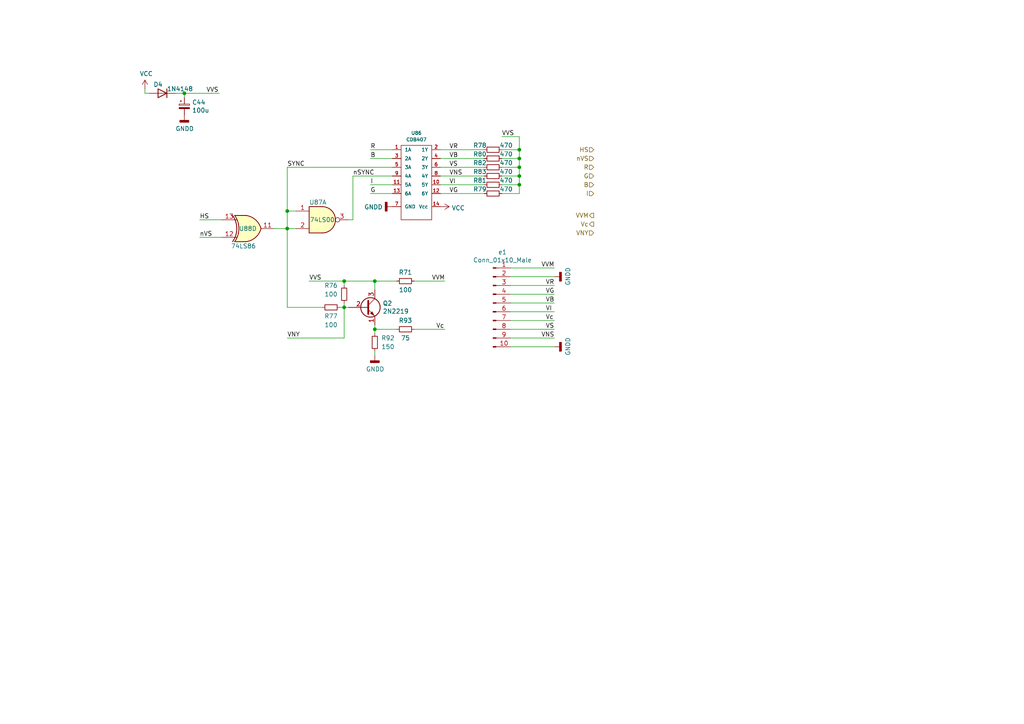
<source format=kicad_sch>
(kicad_sch (version 20230121) (generator eeschema)
  (paper "A4")
  (lib_symbols
    (symbol "74xx:74LS00" (pin_names (offset 1.016))
      (property "Reference" "U" (at 0 1.27 0))
      (property "Value" "74LS00" (at 0 -1.27 0))
      (symbol "74LS00_1_1"
        (arc (start 0 -3.81) (mid 3.7934 0) (end 0 3.81) (stroke (width 0.254)) (fill (type background)))
        (polyline (pts (xy 0 3.81) (xy -3.81 3.81) (xy -3.81 -3.81) (xy 0 -3.81)) (stroke (width 0.254)) (fill (type background)))
        (pin input line (at -7.62 2.54 0) (length 3.81) (name "~") (number "1"))
        (pin input line (at -7.62 -2.54 0) (length 3.81) (name "~") (number "2"))
        (pin output inverted (at 7.62 0 180) (length 3.81) (name "~") (number "3"))
      )
      (symbol "74LS00_1_2"
        (arc (start -3.81 -3.81) (mid -2.589 0) (end -3.81 3.81) (stroke (width 0.254)))
        (arc (start -0.6096 -3.81) (mid 2.1842 -2.5851) (end 3.81 0) (stroke (width 0.254)) (fill (type background)))
        (polyline (pts (xy -3.81 -3.81) (xy -0.635 -3.81)) (stroke (width 0.254)) (fill (type background)))
        (polyline (pts (xy -3.81 3.81) (xy -0.635 3.81)) (stroke (width 0.254)) (fill (type background)))
        (polyline (pts (xy -0.635 3.81) (xy -3.81 3.81) (xy -3.81 3.81) (xy -3.556 3.4036) (xy -3.0226 2.2606) (xy -2.6924 1.0414) (xy -2.6162 -0.254) (xy -2.7686 -1.4986) (xy -3.175 -2.7178) (xy -3.81 -3.81) (xy -3.81 -3.81) (xy -0.635 -3.81)) (stroke (width -25.4)) (fill (type background)))
        (arc (start 3.81 0) (mid 2.1915 2.5936) (end -0.6096 3.81) (stroke (width 0.254)) (fill (type background)))
        (pin input inverted (at -7.62 2.54 0) (length 4.318) (name "~") (number "1"))
        (pin input inverted (at -7.62 -2.54 0) (length 4.318) (name "~") (number "2"))
        (pin output line (at 7.62 0 180) (length 3.81) (name "~") (number "3"))
      )
      (symbol "74LS00_2_1"
        (arc (start 0 -3.81) (mid 3.7934 0) (end 0 3.81) (stroke (width 0.254)) (fill (type background)))
        (polyline (pts (xy 0 3.81) (xy -3.81 3.81) (xy -3.81 -3.81) (xy 0 -3.81)) (stroke (width 0.254)) (fill (type background)))
        (pin input line (at -7.62 2.54 0) (length 3.81) (name "~") (number "4"))
        (pin input line (at -7.62 -2.54 0) (length 3.81) (name "~") (number "5"))
        (pin output inverted (at 7.62 0 180) (length 3.81) (name "~") (number "6"))
      )
      (symbol "74LS00_2_2"
        (arc (start -3.81 -3.81) (mid -2.589 0) (end -3.81 3.81) (stroke (width 0.254)))
        (arc (start -0.6096 -3.81) (mid 2.1842 -2.5851) (end 3.81 0) (stroke (width 0.254)) (fill (type background)))
        (polyline (pts (xy -3.81 -3.81) (xy -0.635 -3.81)) (stroke (width 0.254)) (fill (type background)))
        (polyline (pts (xy -3.81 3.81) (xy -0.635 3.81)) (stroke (width 0.254)) (fill (type background)))
        (polyline (pts (xy -0.635 3.81) (xy -3.81 3.81) (xy -3.81 3.81) (xy -3.556 3.4036) (xy -3.0226 2.2606) (xy -2.6924 1.0414) (xy -2.6162 -0.254) (xy -2.7686 -1.4986) (xy -3.175 -2.7178) (xy -3.81 -3.81) (xy -3.81 -3.81) (xy -0.635 -3.81)) (stroke (width -25.4)) (fill (type background)))
        (arc (start 3.81 0) (mid 2.1915 2.5936) (end -0.6096 3.81) (stroke (width 0.254)) (fill (type background)))
        (pin input inverted (at -7.62 2.54 0) (length 4.318) (name "~") (number "4"))
        (pin input inverted (at -7.62 -2.54 0) (length 4.318) (name "~") (number "5"))
        (pin output line (at 7.62 0 180) (length 3.81) (name "~") (number "6"))
      )
      (symbol "74LS00_3_1"
        (arc (start 0 -3.81) (mid 3.7934 0) (end 0 3.81) (stroke (width 0.254)) (fill (type background)))
        (polyline (pts (xy 0 3.81) (xy -3.81 3.81) (xy -3.81 -3.81) (xy 0 -3.81)) (stroke (width 0.254)) (fill (type background)))
        (pin input line (at -7.62 -2.54 0) (length 3.81) (name "~") (number "10"))
        (pin output inverted (at 7.62 0 180) (length 3.81) (name "~") (number "8"))
        (pin input line (at -7.62 2.54 0) (length 3.81) (name "~") (number "9"))
      )
      (symbol "74LS00_3_2"
        (arc (start -3.81 -3.81) (mid -2.589 0) (end -3.81 3.81) (stroke (width 0.254)))
        (arc (start -0.6096 -3.81) (mid 2.1842 -2.5851) (end 3.81 0) (stroke (width 0.254)) (fill (type background)))
        (polyline (pts (xy -3.81 -3.81) (xy -0.635 -3.81)) (stroke (width 0.254)) (fill (type background)))
        (polyline (pts (xy -3.81 3.81) (xy -0.635 3.81)) (stroke (width 0.254)) (fill (type background)))
        (polyline (pts (xy -0.635 3.81) (xy -3.81 3.81) (xy -3.81 3.81) (xy -3.556 3.4036) (xy -3.0226 2.2606) (xy -2.6924 1.0414) (xy -2.6162 -0.254) (xy -2.7686 -1.4986) (xy -3.175 -2.7178) (xy -3.81 -3.81) (xy -3.81 -3.81) (xy -0.635 -3.81)) (stroke (width -25.4)) (fill (type background)))
        (arc (start 3.81 0) (mid 2.1915 2.5936) (end -0.6096 3.81) (stroke (width 0.254)) (fill (type background)))
        (pin input inverted (at -7.62 -2.54 0) (length 4.318) (name "~") (number "10"))
        (pin output line (at 7.62 0 180) (length 3.81) (name "~") (number "8"))
        (pin input inverted (at -7.62 2.54 0) (length 4.318) (name "~") (number "9"))
      )
      (symbol "74LS00_4_1"
        (arc (start 0 -3.81) (mid 3.7934 0) (end 0 3.81) (stroke (width 0.254)) (fill (type background)))
        (polyline (pts (xy 0 3.81) (xy -3.81 3.81) (xy -3.81 -3.81) (xy 0 -3.81)) (stroke (width 0.254)) (fill (type background)))
        (pin output inverted (at 7.62 0 180) (length 3.81) (name "~") (number "11"))
        (pin input line (at -7.62 2.54 0) (length 3.81) (name "~") (number "12"))
        (pin input line (at -7.62 -2.54 0) (length 3.81) (name "~") (number "13"))
      )
      (symbol "74LS00_4_2"
        (arc (start -3.81 -3.81) (mid -2.589 0) (end -3.81 3.81) (stroke (width 0.254)))
        (arc (start -0.6096 -3.81) (mid 2.1842 -2.5851) (end 3.81 0) (stroke (width 0.254)) (fill (type background)))
        (polyline (pts (xy -3.81 -3.81) (xy -0.635 -3.81)) (stroke (width 0.254)) (fill (type background)))
        (polyline (pts (xy -3.81 3.81) (xy -0.635 3.81)) (stroke (width 0.254)) (fill (type background)))
        (polyline (pts (xy -0.635 3.81) (xy -3.81 3.81) (xy -3.81 3.81) (xy -3.556 3.4036) (xy -3.0226 2.2606) (xy -2.6924 1.0414) (xy -2.6162 -0.254) (xy -2.7686 -1.4986) (xy -3.175 -2.7178) (xy -3.81 -3.81) (xy -3.81 -3.81) (xy -0.635 -3.81)) (stroke (width -25.4)) (fill (type background)))
        (arc (start 3.81 0) (mid 2.1915 2.5936) (end -0.6096 3.81) (stroke (width 0.254)) (fill (type background)))
        (pin output line (at 7.62 0 180) (length 3.81) (name "~") (number "11"))
        (pin input inverted (at -7.62 2.54 0) (length 4.318) (name "~") (number "12"))
        (pin input inverted (at -7.62 -2.54 0) (length 4.318) (name "~") (number "13"))
      )
      (symbol "74LS00_5_0"
        (pin power_in line (at 0 12.7 270) (length 5.08) (name "VCC") (number "14"))
        (pin power_in line (at 0 -12.7 90) (length 5.08) (name "GND") (number "7"))
      )
      (symbol "74LS00_5_1"
        (rectangle (start -5.08 7.62) (end 5.08 -7.62) (stroke (width 0.254)) (fill (type background)))
      )
    )
    (symbol "74xx:74LS86" (pin_names (offset 1.016))
      (property "Reference" "U" (at 0 1.27 0))
      (property "Value" "74LS86" (at 0 -1.27 0))
      (symbol "74LS86_1_0"
        (arc (start -4.4196 -3.81) (mid -3.2033 0) (end -4.4196 3.81) (stroke (width 0.254)))
        (arc (start -3.81 -3.81) (mid -2.589 0) (end -3.81 3.81) (stroke (width 0.254)))
        (arc (start -0.6096 -3.81) (mid 2.1842 -2.5851) (end 3.81 0) (stroke (width 0.254)) (fill (type background)))
        (polyline (pts (xy -3.81 -3.81) (xy -0.635 -3.81)) (stroke (width 0.254)) (fill (type background)))
        (polyline (pts (xy -3.81 3.81) (xy -0.635 3.81)) (stroke (width 0.254)) (fill (type background)))
        (polyline (pts (xy -0.635 3.81) (xy -3.81 3.81) (xy -3.81 3.81) (xy -3.556 3.4036) (xy -3.0226 2.2606) (xy -2.6924 1.0414) (xy -2.6162 -0.254) (xy -2.7686 -1.4986) (xy -3.175 -2.7178) (xy -3.81 -3.81) (xy -3.81 -3.81) (xy -0.635 -3.81)) (stroke (width -25.4)) (fill (type background)))
        (arc (start 3.81 0) (mid 2.1915 2.5936) (end -0.6096 3.81) (stroke (width 0.254)) (fill (type background)))
        (pin input line (at -7.62 2.54 0) (length 4.445) (name "~") (number "1"))
        (pin input line (at -7.62 -2.54 0) (length 4.445) (name "~") (number "2"))
        (pin output line (at 7.62 0 180) (length 3.81) (name "~") (number "3"))
      )
      (symbol "74LS86_1_1"
        (polyline (pts (xy -3.81 -2.54) (xy -3.175 -2.54)) (stroke (width 0.1524)))
        (polyline (pts (xy -3.81 2.54) (xy -3.175 2.54)) (stroke (width 0.1524)))
      )
      (symbol "74LS86_2_0"
        (arc (start -4.4196 -3.81) (mid -3.2033 0) (end -4.4196 3.81) (stroke (width 0.254)))
        (arc (start -3.81 -3.81) (mid -2.589 0) (end -3.81 3.81) (stroke (width 0.254)))
        (arc (start -0.6096 -3.81) (mid 2.1842 -2.5851) (end 3.81 0) (stroke (width 0.254)) (fill (type background)))
        (polyline (pts (xy -3.81 -3.81) (xy -0.635 -3.81)) (stroke (width 0.254)) (fill (type background)))
        (polyline (pts (xy -3.81 3.81) (xy -0.635 3.81)) (stroke (width 0.254)) (fill (type background)))
        (polyline (pts (xy -0.635 3.81) (xy -3.81 3.81) (xy -3.81 3.81) (xy -3.556 3.4036) (xy -3.0226 2.2606) (xy -2.6924 1.0414) (xy -2.6162 -0.254) (xy -2.7686 -1.4986) (xy -3.175 -2.7178) (xy -3.81 -3.81) (xy -3.81 -3.81) (xy -0.635 -3.81)) (stroke (width -25.4)) (fill (type background)))
        (arc (start 3.81 0) (mid 2.1915 2.5936) (end -0.6096 3.81) (stroke (width 0.254)) (fill (type background)))
        (pin input line (at -7.62 2.54 0) (length 4.445) (name "~") (number "4"))
        (pin input line (at -7.62 -2.54 0) (length 4.445) (name "~") (number "5"))
        (pin output line (at 7.62 0 180) (length 3.81) (name "~") (number "6"))
      )
      (symbol "74LS86_2_1"
        (polyline (pts (xy -3.81 -2.54) (xy -3.175 -2.54)) (stroke (width 0.1524)))
        (polyline (pts (xy -3.81 2.54) (xy -3.175 2.54)) (stroke (width 0.1524)))
      )
      (symbol "74LS86_3_0"
        (arc (start -4.4196 -3.81) (mid -3.2033 0) (end -4.4196 3.81) (stroke (width 0.254)))
        (arc (start -3.81 -3.81) (mid -2.589 0) (end -3.81 3.81) (stroke (width 0.254)))
        (arc (start -0.6096 -3.81) (mid 2.1842 -2.5851) (end 3.81 0) (stroke (width 0.254)) (fill (type background)))
        (polyline (pts (xy -3.81 -3.81) (xy -0.635 -3.81)) (stroke (width 0.254)) (fill (type background)))
        (polyline (pts (xy -3.81 3.81) (xy -0.635 3.81)) (stroke (width 0.254)) (fill (type background)))
        (polyline (pts (xy -0.635 3.81) (xy -3.81 3.81) (xy -3.81 3.81) (xy -3.556 3.4036) (xy -3.0226 2.2606) (xy -2.6924 1.0414) (xy -2.6162 -0.254) (xy -2.7686 -1.4986) (xy -3.175 -2.7178) (xy -3.81 -3.81) (xy -3.81 -3.81) (xy -0.635 -3.81)) (stroke (width -25.4)) (fill (type background)))
        (arc (start 3.81 0) (mid 2.1915 2.5936) (end -0.6096 3.81) (stroke (width 0.254)) (fill (type background)))
        (pin input line (at -7.62 -2.54 0) (length 4.445) (name "~") (number "10"))
        (pin output line (at 7.62 0 180) (length 3.81) (name "~") (number "8"))
        (pin input line (at -7.62 2.54 0) (length 4.445) (name "~") (number "9"))
      )
      (symbol "74LS86_3_1"
        (polyline (pts (xy -3.81 -2.54) (xy -3.175 -2.54)) (stroke (width 0.1524)))
        (polyline (pts (xy -3.81 2.54) (xy -3.175 2.54)) (stroke (width 0.1524)))
      )
      (symbol "74LS86_4_0"
        (arc (start -4.4196 -3.81) (mid -3.2033 0) (end -4.4196 3.81) (stroke (width 0.254)))
        (arc (start -3.81 -3.81) (mid -2.589 0) (end -3.81 3.81) (stroke (width 0.254)))
        (arc (start -0.6096 -3.81) (mid 2.1842 -2.5851) (end 3.81 0) (stroke (width 0.254)) (fill (type background)))
        (polyline (pts (xy -3.81 -3.81) (xy -0.635 -3.81)) (stroke (width 0.254)) (fill (type background)))
        (polyline (pts (xy -3.81 3.81) (xy -0.635 3.81)) (stroke (width 0.254)) (fill (type background)))
        (polyline (pts (xy -0.635 3.81) (xy -3.81 3.81) (xy -3.81 3.81) (xy -3.556 3.4036) (xy -3.0226 2.2606) (xy -2.6924 1.0414) (xy -2.6162 -0.254) (xy -2.7686 -1.4986) (xy -3.175 -2.7178) (xy -3.81 -3.81) (xy -3.81 -3.81) (xy -0.635 -3.81)) (stroke (width -25.4)) (fill (type background)))
        (arc (start 3.81 0) (mid 2.1915 2.5936) (end -0.6096 3.81) (stroke (width 0.254)) (fill (type background)))
        (pin output line (at 7.62 0 180) (length 3.81) (name "~") (number "11"))
        (pin input line (at -7.62 2.54 0) (length 4.445) (name "~") (number "12"))
        (pin input line (at -7.62 -2.54 0) (length 4.445) (name "~") (number "13"))
      )
      (symbol "74LS86_4_1"
        (polyline (pts (xy -3.81 -2.54) (xy -3.175 -2.54)) (stroke (width 0.1524)))
        (polyline (pts (xy -3.81 2.54) (xy -3.175 2.54)) (stroke (width 0.1524)))
      )
      (symbol "74LS86_5_0"
        (pin power_in line (at 0 12.7 270) (length 5.08) (name "VCC") (number "14"))
        (pin power_in line (at 0 -12.7 90) (length 5.08) (name "GND") (number "7"))
      )
      (symbol "74LS86_5_1"
        (rectangle (start -5.08 7.62) (end 5.08 -7.62) (stroke (width 0.254)) (fill (type background)))
      )
    )
    (symbol "Connector:Conn_01x10_Male" (pin_names (offset 1.016) hide)
      (property "Reference" "J" (at 0 12.7 0))
      (property "Value" "Conn_01x10_Male" (at 0 -15.24 0))
      (symbol "Conn_01x10_Male_1_1"
        (polyline (pts (xy 1.27 -12.7) (xy 0.8636 -12.7)) (stroke (width 0.1524)))
        (polyline (pts (xy 1.27 -10.16) (xy 0.8636 -10.16)) (stroke (width 0.1524)))
        (polyline (pts (xy 1.27 -7.62) (xy 0.8636 -7.62)) (stroke (width 0.1524)))
        (polyline (pts (xy 1.27 -5.08) (xy 0.8636 -5.08)) (stroke (width 0.1524)))
        (polyline (pts (xy 1.27 -2.54) (xy 0.8636 -2.54)) (stroke (width 0.1524)))
        (polyline (pts (xy 1.27 0) (xy 0.8636 0)) (stroke (width 0.1524)))
        (polyline (pts (xy 1.27 2.54) (xy 0.8636 2.54)) (stroke (width 0.1524)))
        (polyline (pts (xy 1.27 5.08) (xy 0.8636 5.08)) (stroke (width 0.1524)))
        (polyline (pts (xy 1.27 7.62) (xy 0.8636 7.62)) (stroke (width 0.1524)))
        (polyline (pts (xy 1.27 10.16) (xy 0.8636 10.16)) (stroke (width 0.1524)))
        (rectangle (start 0.8636 -12.573) (end 0 -12.827) (stroke (width 0.1524)) (fill (type outline)))
        (rectangle (start 0.8636 -10.033) (end 0 -10.287) (stroke (width 0.1524)) (fill (type outline)))
        (rectangle (start 0.8636 -7.493) (end 0 -7.747) (stroke (width 0.1524)) (fill (type outline)))
        (rectangle (start 0.8636 -4.953) (end 0 -5.207) (stroke (width 0.1524)) (fill (type outline)))
        (rectangle (start 0.8636 -2.413) (end 0 -2.667) (stroke (width 0.1524)) (fill (type outline)))
        (rectangle (start 0.8636 0.127) (end 0 -0.127) (stroke (width 0.1524)) (fill (type outline)))
        (rectangle (start 0.8636 2.667) (end 0 2.413) (stroke (width 0.1524)) (fill (type outline)))
        (rectangle (start 0.8636 5.207) (end 0 4.953) (stroke (width 0.1524)) (fill (type outline)))
        (rectangle (start 0.8636 7.747) (end 0 7.493) (stroke (width 0.1524)) (fill (type outline)))
        (rectangle (start 0.8636 10.287) (end 0 10.033) (stroke (width 0.1524)) (fill (type outline)))
        (pin passive line (at 5.08 10.16 180) (length 3.81) (name "Pin_1") (number "1"))
        (pin passive line (at 5.08 -12.7 180) (length 3.81) (name "Pin_10") (number "10"))
        (pin passive line (at 5.08 7.62 180) (length 3.81) (name "Pin_2") (number "2"))
        (pin passive line (at 5.08 5.08 180) (length 3.81) (name "Pin_3") (number "3"))
        (pin passive line (at 5.08 2.54 180) (length 3.81) (name "Pin_4") (number "4"))
        (pin passive line (at 5.08 0 180) (length 3.81) (name "Pin_5") (number "5"))
        (pin passive line (at 5.08 -2.54 180) (length 3.81) (name "Pin_6") (number "6"))
        (pin passive line (at 5.08 -5.08 180) (length 3.81) (name "Pin_7") (number "7"))
        (pin passive line (at 5.08 -7.62 180) (length 3.81) (name "Pin_8") (number "8"))
        (pin passive line (at 5.08 -10.16 180) (length 3.81) (name "Pin_9") (number "9"))
      )
    )
    (symbol "Device:R_Small" (pin_numbers hide) (pin_names (offset 0.254) hide)
      (property "Reference" "R" (at 0.762 0.508 0))
      (property "Value" "R_Small" (at 0.762 -1.016 0))
      (symbol "R_Small_0_1"
        (rectangle (start -0.762 1.778) (end 0.762 -1.778) (stroke (width 0.2032)))
      )
      (symbol "R_Small_1_1"
        (pin passive line (at 0 2.54 270) (length 0.762) (name "~") (number "1"))
        (pin passive line (at 0 -2.54 90) (length 0.762) (name "~") (number "2"))
      )
    )
    (symbol "Diode:1N4148" (pin_numbers hide) (pin_names (offset 1.016) hide)
      (property "Reference" "D" (at 0 2.54 0))
      (property "Value" "1N4148" (at 0 -2.54 0))
      (symbol "1N4148_0_1"
        (polyline (pts (xy -1.27 1.27) (xy -1.27 -1.27)) (stroke (width 0.254)))
        (polyline (pts (xy 1.27 0) (xy -1.27 0)))
        (polyline (pts (xy 1.27 1.27) (xy 1.27 -1.27) (xy -1.27 0) (xy 1.27 1.27)) (stroke (width 0.254)))
      )
      (symbol "1N4148_1_1"
        (pin passive line (at -3.81 0 0) (length 2.54) (name "K") (number "1"))
        (pin passive line (at 3.81 0 180) (length 2.54) (name "A") (number "2"))
      )
    )
    (symbol "Transistor_BJT:2N2219" (pin_names (offset 0) hide)
      (property "Reference" "Q" (at 5.08 1.905 0))
      (property "Value" "2N2219" (at 5.08 0 0))
      (symbol "2N2219_0_1"
        (polyline (pts (xy 0.635 0.635) (xy 2.54 2.54)))
        (polyline (pts (xy 0.635 -0.635) (xy 2.54 -2.54) (xy 2.54 -2.54)))
        (polyline (pts (xy 0.635 1.905) (xy 0.635 -1.905) (xy 0.635 -1.905)) (stroke (width 0.508)))
        (polyline (pts (xy 1.27 -1.778) (xy 1.778 -1.27) (xy 2.286 -2.286) (xy 1.27 -1.778) (xy 1.27 -1.778)) (fill (type outline)))
        (circle (center 1.27 0) (radius 2.8194) (stroke (width 0.254)))
      )
      (symbol "2N2219_1_1"
        (pin passive line (at 2.54 -5.08 90) (length 2.54) (name "E") (number "1"))
        (pin passive line (at -5.08 0 0) (length 5.715) (name "B") (number "2"))
        (pin passive line (at 2.54 5.08 270) (length 2.54) (name "C") (number "3"))
      )
    )
    (symbol "main-rescue:CDB407-cobra" (pin_names (offset 1.016))
      (property "Reference" "U" (at -3.81 1.27 0))
      (property "Value" "CDB407-cobra" (at -1.27 -20.32 0))
      (symbol "CDB407-cobra_0_1"
        (rectangle (start -5.08 0) (end 3.81 -21.59))
      )
      (symbol "CDB407-cobra_1_1"
        (pin input line (at -7.62 -1.27 0) (length 2.54) (name "1A") (number "1"))
        (pin open_collector line (at 6.35 -11.43 180) (length 2.54) (name "5Y") (number "10"))
        (pin input line (at -7.62 -11.43 0) (length 2.54) (name "5A") (number "11"))
        (pin open_collector line (at 6.35 -13.97 180) (length 2.54) (name "6Y") (number "12"))
        (pin input line (at -7.62 -13.97 0) (length 2.54) (name "6A") (number "13"))
        (pin power_in line (at 6.35 -17.78 180) (length 2.54) (name "Vcc") (number "14"))
        (pin open_collector line (at 6.35 -1.27 180) (length 2.54) (name "1Y") (number "2"))
        (pin input line (at -7.62 -3.81 0) (length 2.54) (name "2A") (number "3"))
        (pin open_collector line (at 6.35 -3.81 180) (length 2.54) (name "2Y") (number "4"))
        (pin input line (at -7.62 -6.35 0) (length 2.54) (name "3A") (number "5"))
        (pin open_collector line (at 6.35 -6.35 180) (length 2.54) (name "3Y") (number "6"))
        (pin power_in line (at -7.62 -17.78 0) (length 2.54) (name "GND") (number "7"))
        (pin open_collector line (at 6.35 -8.89 180) (length 2.54) (name "4Y") (number "8"))
        (pin input line (at -7.62 -8.89 0) (length 2.54) (name "4A") (number "9"))
      )
    )
    (symbol "main-rescue:CP_Small-Device" (pin_numbers hide) (pin_names (offset 0.254) hide)
      (property "Reference" "C" (at 0.254 1.778 0))
      (property "Value" "CP_Small-Device" (at 0.254 -2.032 0))
      (symbol "CP_Small-Device_0_1"
        (rectangle (start -1.524 -0.3048) (end 1.524 -0.6858) (fill (type outline)))
        (rectangle (start -1.524 0.6858) (end 1.524 0.3048))
        (polyline (pts (xy -1.27 1.524) (xy -0.762 1.524)))
        (polyline (pts (xy -1.016 1.27) (xy -1.016 1.778)))
      )
      (symbol "CP_Small-Device_1_1"
        (pin passive line (at 0 2.54 270) (length 1.8542) (name "~") (number "1"))
        (pin passive line (at 0 -2.54 90) (length 1.8542) (name "~") (number "2"))
      )
    )
    (symbol "power:GNDD" (power) (pin_names (offset 0))
      (property "Value" "GNDD" (at 0 -3.175 0))
      (symbol "GNDD_0_1"
        (rectangle (start -1.27 -1.524) (end 1.27 -2.032) (stroke (width 0.254)) (fill (type outline)))
        (polyline (pts (xy 0 0) (xy 0 -1.524)))
      )
      (symbol "GNDD_1_1"
        (pin power_in line (at 0 0 270) (length 0) hide (name "GNDD") (number "1"))
      )
    )
    (symbol "power:VCC" (power) (pin_names (offset 0))
      (property "Value" "VCC" (at 0 3.81 0))
      (symbol "VCC_0_1"
        (polyline (pts (xy -0.762 1.27) (xy 0 2.54)))
        (polyline (pts (xy 0 0) (xy 0 2.54)))
        (polyline (pts (xy 0 2.54) (xy 0.762 1.27)))
      )
      (symbol "VCC_1_1"
        (pin power_in line (at 0 0 90) (length 0) hide (name "VCC") (number "1"))
      )
    )
  )
  (junction (at 150.622 43.434))
  (junction (at 83.312 61.214))
  (junction (at 99.822 89.154))
  (junction (at 83.312 66.294))
  (junction (at 108.712 81.534))
  (junction (at 108.712 95.504))
  (junction (at 53.467 27.051))
  (junction (at 99.822 81.534))
  (junction (at 150.622 53.594))
  (junction (at 150.622 51.054))
  (junction (at 150.622 45.974))
  (junction (at 150.622 48.514))
  (wire (pts (xy 145.542 45.974) (xy 150.622 45.974)))
  (wire (pts (xy 127.762 53.594) (xy 140.462 53.594)))
  (wire (pts (xy 145.542 43.434) (xy 150.622 43.434)))
  (wire (pts (xy 99.822 98.044) (xy 83.312 98.044)))
  (wire (pts (xy 148.082 90.424) (xy 160.782 90.424)))
  (wire (pts (xy 108.712 95.504) (xy 108.712 96.774)))
  (wire (pts (xy 83.312 66.294) (xy 85.852 66.294)))
  (wire (pts (xy 83.312 61.214) (xy 83.312 66.294)))
  (wire (pts (xy 148.082 85.344) (xy 160.782 85.344)))
  (wire (pts (xy 148.082 87.884) (xy 160.782 87.884)))
  (wire (pts (xy 150.622 51.054) (xy 150.622 53.594)))
  (wire (pts (xy 150.622 48.514) (xy 150.622 51.054)))
  (wire (pts (xy 148.082 80.264) (xy 160.782 80.264)))
  (wire (pts (xy 150.622 39.624) (xy 145.542 39.624)))
  (wire (pts (xy 83.312 48.514) (xy 113.792 48.514)))
  (wire (pts (xy 148.082 92.964) (xy 160.782 92.964)))
  (wire (pts (xy 127.762 51.054) (xy 140.462 51.054)))
  (wire (pts (xy 64.262 68.834) (xy 57.912 68.834)))
  (wire (pts (xy 50.927 27.051) (xy 53.467 27.051)))
  (wire (pts (xy 127.762 43.434) (xy 140.462 43.434)))
  (wire (pts (xy 85.852 61.214) (xy 83.312 61.214)))
  (wire (pts (xy 101.092 63.754) (xy 102.362 63.754)))
  (wire (pts (xy 107.442 43.434) (xy 113.792 43.434)))
  (wire (pts (xy 42.037 27.051) (xy 42.037 25.781)))
  (wire (pts (xy 145.542 51.054) (xy 150.622 51.054)))
  (wire (pts (xy 108.712 95.504) (xy 115.062 95.504)))
  (wire (pts (xy 64.262 63.754) (xy 57.912 63.754)))
  (wire (pts (xy 150.622 39.624) (xy 150.622 43.434)))
  (wire (pts (xy 113.792 45.974) (xy 107.442 45.974)))
  (wire (pts (xy 113.792 56.134) (xy 107.442 56.134)))
  (wire (pts (xy 127.762 56.134) (xy 140.462 56.134)))
  (wire (pts (xy 108.712 84.074) (xy 108.712 81.534)))
  (wire (pts (xy 102.362 63.754) (xy 102.362 51.054)))
  (wire (pts (xy 150.622 53.594) (xy 150.622 56.134)))
  (wire (pts (xy 145.542 56.134) (xy 150.622 56.134)))
  (wire (pts (xy 127.762 45.974) (xy 140.462 45.974)))
  (wire (pts (xy 99.822 89.154) (xy 98.552 89.154)))
  (wire (pts (xy 150.622 45.974) (xy 150.622 48.514)))
  (wire (pts (xy 43.307 27.051) (xy 42.037 27.051)))
  (wire (pts (xy 148.082 82.804) (xy 160.782 82.804)))
  (wire (pts (xy 113.792 53.594) (xy 107.442 53.594)))
  (wire (pts (xy 148.082 100.584) (xy 160.782 100.584)))
  (wire (pts (xy 148.082 77.724) (xy 160.782 77.724)))
  (wire (pts (xy 120.142 81.534) (xy 129.032 81.534)))
  (wire (pts (xy 83.312 89.154) (xy 93.472 89.154)))
  (wire (pts (xy 102.362 51.054) (xy 113.792 51.054)))
  (wire (pts (xy 99.822 81.534) (xy 89.662 81.534)))
  (wire (pts (xy 83.312 66.294) (xy 83.312 89.154)))
  (wire (pts (xy 108.712 81.534) (xy 115.062 81.534)))
  (wire (pts (xy 108.712 94.234) (xy 108.712 95.504)))
  (wire (pts (xy 127.762 48.514) (xy 140.462 48.514)))
  (wire (pts (xy 108.712 101.854) (xy 108.712 103.124)))
  (wire (pts (xy 83.312 61.214) (xy 83.312 48.514)))
  (wire (pts (xy 99.822 87.884) (xy 99.822 89.154)))
  (wire (pts (xy 53.467 27.051) (xy 63.627 27.051)))
  (wire (pts (xy 99.822 89.154) (xy 99.822 98.044)))
  (wire (pts (xy 150.622 43.434) (xy 150.622 45.974)))
  (wire (pts (xy 120.142 95.504) (xy 129.032 95.504)))
  (wire (pts (xy 99.822 89.154) (xy 101.092 89.154)))
  (wire (pts (xy 145.542 48.514) (xy 150.622 48.514)))
  (wire (pts (xy 53.467 28.321) (xy 53.467 27.051)))
  (wire (pts (xy 148.082 98.044) (xy 160.782 98.044)))
  (wire (pts (xy 145.542 53.594) (xy 150.622 53.594)))
  (wire (pts (xy 99.822 81.534) (xy 108.712 81.534)))
  (wire (pts (xy 148.082 95.504) (xy 160.782 95.504)))
  (wire (pts (xy 99.822 82.804) (xy 99.822 81.534)))
  (wire (pts (xy 79.502 66.294) (xy 83.312 66.294)))
  (label "VB" (at 158.242 87.884 0))
  (label "VG" (at 158.242 85.344 0))
  (label "VI" (at 130.302 53.594 0))
  (label "VVM" (at 156.972 77.724 0))
  (label "Vc" (at 158.242 92.964 0))
  (label "VVS" (at 59.817 27.051 0))
  (label "VVM" (at 125.222 81.534 0))
  (label "VR" (at 158.242 82.804 0))
  (label "SYNC" (at 83.312 48.514 0))
  (label "R" (at 107.442 43.434 0))
  (label "VNS" (at 130.302 51.054 0))
  (label "VNY" (at 83.312 98.044 0))
  (label "nVS" (at 57.912 68.834 0))
  (label "VI" (at 158.242 90.424 0))
  (label "B" (at 107.442 45.974 0))
  (label "Vc" (at 126.492 95.504 0))
  (label "VR" (at 130.302 43.434 0))
  (label "VVS" (at 145.542 39.624 0))
  (label "VNS" (at 156.972 98.044 0))
  (label "VVS" (at 89.662 81.534 0))
  (label "I" (at 107.442 53.594 0))
  (label "nSYNC" (at 102.362 51.054 0))
  (label "HS" (at 57.912 63.754 0))
  (label "VG" (at 130.302 56.134 0))
  (label "VS" (at 130.302 48.514 0))
  (label "VB" (at 130.302 45.974 0))
  (label "G" (at 107.442 56.134 0))
  (label "VS" (at 158.242 95.504 0))
  (hierarchical_label "Vc" (shape output) (at 172.212 65.024 180))
  (hierarchical_label "VVM" (shape output) (at 172.212 62.484 180))
  (hierarchical_label "G" (shape input) (at 172.212 51.054 180))
  (hierarchical_label "nVS" (shape input) (at 172.212 45.974 180))
  (hierarchical_label "I" (shape input) (at 172.212 56.134 180))
  (hierarchical_label "HS" (shape input) (at 172.212 43.434 180))
  (hierarchical_label "VNY" (shape input) (at 172.212 67.564 180))
  (hierarchical_label "R" (shape input) (at 172.212 48.514 180))
  (hierarchical_label "B" (shape input) (at 172.212 53.594 180))
  (symbol (lib_id "Connector:Conn_01x10_Male") (at 143.002 87.884 0) (unit 1)
    (property "Reference" "e1" (at 145.7452 73.1266 0))
    (property "Value" "Conn_01x10_Male" (at 145.7452 75.438 0))
    (property "Footprint" "Connector_PinHeader_2.54mm:PinHeader_1x10_P2.54mm_Vertical" (effects hide))
  )
  (symbol (lib_id "power:GNDD") (at 160.782 80.264 90) (unit 1)
    (property "Reference" "#PWR0430" (effects hide))
    (property "Value" "GNDD" (at 164.719 80.1624 0))
  )
  (symbol (lib_id "power:GNDD") (at 160.782 100.584 90) (unit 1)
    (property "Reference" "#PWR0431" (effects hide))
    (property "Value" "GNDD" (at 164.719 100.4824 0))
  )
  (symbol (lib_id "main-rescue:CDB407-cobra") (at 121.412 42.164 0) (unit 1)
    (property "Reference" "U86" (at 120.777 38.5826 0) (effects (font (size 0.9906 0.9906))))
    (property "Value" "CDB407" (at 120.777 40.4876 0) (effects (font (size 0.9906 0.9906))))
    (property "Footprint" "Package_DIP:DIP-14_W7.62mm" (effects hide))
  )
  (symbol (lib_id "Device:R_Small") (at 143.002 43.434 270) (unit 1)
    (property "Reference" "R78" (at 139.192 42.164 90))
    (property "Value" "470" (at 146.812 42.164 90))
    (property "Footprint" "Resistor_THT:R_Axial_DIN0204_L3.6mm_D1.6mm_P5.08mm_Horizontal" (effects hide))
  )
  (symbol (lib_id "Device:R_Small") (at 143.002 45.974 270) (unit 1)
    (property "Reference" "R80" (at 139.192 44.704 90))
    (property "Value" "470" (at 146.812 44.704 90))
    (property "Footprint" "Resistor_THT:R_Axial_DIN0204_L3.6mm_D1.6mm_P5.08mm_Horizontal" (effects hide))
  )
  (symbol (lib_id "Device:R_Small") (at 143.002 48.514 270) (unit 1)
    (property "Reference" "R82" (at 139.192 47.244 90))
    (property "Value" "470" (at 146.812 47.244 90))
    (property "Footprint" "Resistor_THT:R_Axial_DIN0204_L3.6mm_D1.6mm_P5.08mm_Horizontal" (effects hide))
  )
  (symbol (lib_id "Device:R_Small") (at 143.002 51.054 270) (unit 1)
    (property "Reference" "R83" (at 139.192 49.784 90))
    (property "Value" "470" (at 146.812 49.784 90))
    (property "Footprint" "Resistor_THT:R_Axial_DIN0204_L3.6mm_D1.6mm_P5.08mm_Horizontal" (effects hide))
  )
  (symbol (lib_id "Device:R_Small") (at 143.002 53.594 270) (unit 1)
    (property "Reference" "R81" (at 139.192 52.324 90))
    (property "Value" "470" (at 146.812 52.324 90))
    (property "Footprint" "Resistor_THT:R_Axial_DIN0204_L3.6mm_D1.6mm_P5.08mm_Horizontal" (effects hide))
  )
  (symbol (lib_id "Device:R_Small") (at 143.002 56.134 270) (unit 1)
    (property "Reference" "R79" (at 139.192 54.864 90))
    (property "Value" "470" (at 146.812 54.864 90))
    (property "Footprint" "Resistor_THT:R_Axial_DIN0204_L3.6mm_D1.6mm_P5.08mm_Horizontal" (effects hide))
  )
  (symbol (lib_id "power:VCC") (at 127.762 59.944 270) (unit 1)
    (property "Reference" "#PWR0402" (effects hide))
    (property "Value" "VCC" (at 130.9878 60.325 90) (effects (justify left)))
  )
  (symbol (lib_id "power:GNDD") (at 113.792 59.944 270) (unit 1)
    (property "Reference" "#PWR0403" (effects hide))
    (property "Value" "GNDD" (at 110.998 60.0456 90) (effects (justify right)))
  )
  (symbol (lib_id "74xx:74LS00") (at 93.472 63.754 0) (unit 1)
    (property "Reference" "U87" (at 92.202 58.674 0))
    (property "Value" "74LS00" (at 93.472 63.754 0))
    (property "Footprint" "Package_DIP:DIP-14_W7.62mm" (effects hide))
    (property "Datasheet" "http://www.ti.com/lit/gpn/sn74ls00" (effects hide))
  )
  (symbol (lib_id "74xx:74LS86") (at 71.882 66.294 0) (mirror x) (unit 4)
    (property "Reference" "U88" (at 71.882 66.294 0))
    (property "Value" "74LS86" (at 70.612 71.374 0))
    (property "Footprint" "Package_DIP:DIP-14_W7.62mm" (effects hide))
    (property "Datasheet" "74xx/74ls86.pdf" (effects hide))
  )
  (symbol (lib_id "Transistor_BJT:2N2219") (at 106.172 89.154 0) (unit 1)
    (property "Reference" "Q2" (at 110.998 87.9856 0) (effects (justify left)))
    (property "Value" "2N2219" (at 110.998 90.297 0) (effects (justify left)))
    (property "Footprint" "Cobra_original:TO-92-Cobra" (effects hide))
    (property "Datasheet" "http://www.onsemi.com/pub_link/Collateral/2N2219-D.PDF" (effects hide))
  )
  (symbol (lib_id "Device:R_Small") (at 108.712 99.314 180) (unit 1)
    (property "Reference" "R92" (at 112.522 98.044 0))
    (property "Value" "150" (at 112.522 100.584 0))
    (property "Footprint" "Resistor_THT:R_Axial_DIN0204_L3.6mm_D1.6mm_P5.08mm_Horizontal" (effects hide))
  )
  (symbol (lib_id "Device:R_Small") (at 117.602 95.504 90) (unit 1)
    (property "Reference" "R93" (at 117.602 92.964 90))
    (property "Value" "75" (at 117.602 98.044 90))
    (property "Footprint" "Resistor_THT:R_Axial_DIN0204_L3.6mm_D1.6mm_P5.08mm_Horizontal" (effects hide))
  )
  (symbol (lib_id "Device:R_Small") (at 117.602 81.534 90) (unit 1)
    (property "Reference" "R71" (at 117.602 78.994 90))
    (property "Value" "100" (at 117.602 84.074 90))
    (property "Footprint" "Resistor_THT:R_Axial_DIN0204_L3.6mm_D1.6mm_P5.08mm_Horizontal" (effects hide))
  )
  (symbol (lib_id "Device:R_Small") (at 99.822 85.344 0) (unit 1)
    (property "Reference" "R76" (at 96.012 82.804 0))
    (property "Value" "100" (at 96.012 85.344 0))
    (property "Footprint" "Resistor_THT:R_Axial_DIN0204_L3.6mm_D1.6mm_P5.08mm_Horizontal" (effects hide))
  )
  (symbol (lib_id "Device:R_Small") (at 96.012 89.154 270) (unit 1)
    (property "Reference" "R77" (at 96.012 91.694 90))
    (property "Value" "100" (at 96.012 94.234 90))
    (property "Footprint" "Resistor_THT:R_Axial_DIN0204_L3.6mm_D1.6mm_P5.08mm_Horizontal" (effects hide))
  )
  (symbol (lib_id "power:GNDD") (at 108.712 103.124 0) (unit 1)
    (property "Reference" "#PWR0404" (effects hide))
    (property "Value" "GNDD" (at 108.8136 107.061 0))
  )
  (symbol (lib_id "power:GNDD") (at 53.467 33.401 0) (unit 1)
    (property "Reference" "#PWR0386" (effects hide))
    (property "Value" "GNDD" (at 53.5686 37.338 0))
    (instances (project "main" (path "" (reference "#PWR0386") (unit 1)) (path "" (reference "#PWR058") (unit 1))))
  )
  (symbol (lib_id "Diode:1N4148") (at 47.117 27.051 180) (unit 1)
    (property "Reference" "D4" (at 45.847 24.511 0))
    (property "Value" "1N4148" (at 52.197 25.781 0))
    (property "Footprint" "Diode_THT:D_DO-35_SOD27_P7.62mm_Horizontal" (effects hide))
    (property "Datasheet" "https://assets.nexperia.com/documents/data-sheet/1N4148_1N4448.pdf" (effects hide))
  )
  (symbol (lib_id "main-rescue:CP_Small-Device") (at 53.467 30.861 0) (unit 1)
    (property "Reference" "C44" (at 55.7022 29.6926 0) (effects (justify left)))
    (property "Value" "100u" (at 55.7022 32.004 0) (effects (justify left)))
    (property "Footprint" "Capacitor_THT:C_Rect_L7.0mm_W2.0mm_P5.00mm" (effects hide))
  )
  (symbol (lib_id "power:VCC") (at 42.037 25.781 0) (unit 1)
    (property "Reference" "#PWR0387" (effects hide))
    (property "Value" "VCC" (at 42.418 21.3868 0))
    (instances (project "main" (path "" (reference "#PWR0387") (unit 1)) (path "" (reference "#PWR057") (unit 1))))
  )
)
</source>
